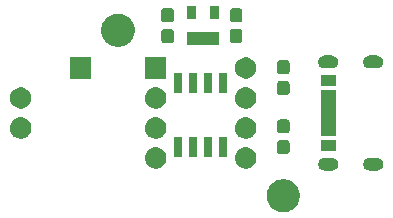
<source format=gbr>
G04 #@! TF.GenerationSoftware,KiCad,Pcbnew,5.0.2+dfsg1-1*
G04 #@! TF.CreationDate,2021-01-04T01:24:12+01:00*
G04 #@! TF.ProjectId,tester,74657374-6572-42e6-9b69-6361645f7063,rev?*
G04 #@! TF.SameCoordinates,Original*
G04 #@! TF.FileFunction,Soldermask,Top*
G04 #@! TF.FilePolarity,Negative*
%FSLAX46Y46*%
G04 Gerber Fmt 4.6, Leading zero omitted, Abs format (unit mm)*
G04 Created by KiCad (PCBNEW 5.0.2+dfsg1-1) date Mon 04 Jan 2021 01:24:12 AM CET*
%MOMM*%
%LPD*%
G01*
G04 APERTURE LIST*
%ADD10C,0.100000*%
G04 APERTURE END LIST*
D10*
G36*
X7318433Y-5634893D02*
X7408657Y-5652839D01*
X7514267Y-5696585D01*
X7663621Y-5758449D01*
X7893089Y-5911774D01*
X8088226Y-6106911D01*
X8241551Y-6336379D01*
X8347161Y-6591344D01*
X8401000Y-6862012D01*
X8401000Y-7137988D01*
X8347161Y-7408656D01*
X8241551Y-7663621D01*
X8088226Y-7893089D01*
X7893089Y-8088226D01*
X7663621Y-8241551D01*
X7514267Y-8303415D01*
X7408657Y-8347161D01*
X7318433Y-8365107D01*
X7137988Y-8401000D01*
X6862012Y-8401000D01*
X6681567Y-8365107D01*
X6591343Y-8347161D01*
X6485733Y-8303415D01*
X6336379Y-8241551D01*
X6106911Y-8088226D01*
X5911774Y-7893089D01*
X5758449Y-7663621D01*
X5652839Y-7408656D01*
X5599000Y-7137988D01*
X5599000Y-6862012D01*
X5652839Y-6591344D01*
X5758449Y-6336379D01*
X5911774Y-6106911D01*
X6106911Y-5911774D01*
X6336379Y-5758449D01*
X6485733Y-5696585D01*
X6591343Y-5652839D01*
X6681567Y-5634893D01*
X6862012Y-5599000D01*
X7137988Y-5599000D01*
X7318433Y-5634893D01*
X7318433Y-5634893D01*
G37*
G36*
X15012495Y-3779586D02*
X15115859Y-3810941D01*
X15211119Y-3861859D01*
X15294616Y-3930383D01*
X15363140Y-4013880D01*
X15414058Y-4109140D01*
X15445413Y-4212504D01*
X15456000Y-4319999D01*
X15456000Y-4320001D01*
X15445413Y-4427496D01*
X15414058Y-4530860D01*
X15363140Y-4626120D01*
X15294616Y-4709617D01*
X15211119Y-4778141D01*
X15115859Y-4829059D01*
X15012495Y-4860414D01*
X14905000Y-4871001D01*
X14305000Y-4871001D01*
X14197505Y-4860414D01*
X14094141Y-4829059D01*
X13998881Y-4778141D01*
X13915384Y-4709617D01*
X13846860Y-4626120D01*
X13795942Y-4530860D01*
X13764587Y-4427496D01*
X13754000Y-4320001D01*
X13754000Y-4319999D01*
X13764587Y-4212504D01*
X13795942Y-4109140D01*
X13846860Y-4013880D01*
X13915384Y-3930383D01*
X13998881Y-3861859D01*
X14094141Y-3810941D01*
X14197505Y-3779586D01*
X14305000Y-3768999D01*
X14905000Y-3768999D01*
X15012495Y-3779586D01*
X15012495Y-3779586D01*
G37*
G36*
X11212495Y-3779586D02*
X11315859Y-3810941D01*
X11411119Y-3861859D01*
X11494616Y-3930383D01*
X11563140Y-4013880D01*
X11614058Y-4109140D01*
X11645413Y-4212504D01*
X11656000Y-4319999D01*
X11656000Y-4320001D01*
X11645413Y-4427496D01*
X11614058Y-4530860D01*
X11563140Y-4626120D01*
X11494616Y-4709617D01*
X11411119Y-4778141D01*
X11315859Y-4829059D01*
X11212495Y-4860414D01*
X11105000Y-4871001D01*
X10505000Y-4871001D01*
X10397505Y-4860414D01*
X10294141Y-4829059D01*
X10198881Y-4778141D01*
X10115384Y-4709617D01*
X10046860Y-4626120D01*
X9995942Y-4530860D01*
X9964587Y-4427496D01*
X9954000Y-4320001D01*
X9954000Y-4319999D01*
X9964587Y-4212504D01*
X9995942Y-4109140D01*
X10046860Y-4013880D01*
X10115384Y-3930383D01*
X10198881Y-3861859D01*
X10294141Y-3810941D01*
X10397505Y-3779586D01*
X10505000Y-3768999D01*
X11105000Y-3768999D01*
X11212495Y-3779586D01*
X11212495Y-3779586D01*
G37*
G36*
X3920443Y-2915519D02*
X3986627Y-2922037D01*
X4099853Y-2956384D01*
X4156467Y-2973557D01*
X4295087Y-3047652D01*
X4312991Y-3057222D01*
X4348729Y-3086552D01*
X4450186Y-3169814D01*
X4507218Y-3239309D01*
X4562778Y-3307009D01*
X4562779Y-3307011D01*
X4646443Y-3463533D01*
X4646443Y-3463534D01*
X4697963Y-3633373D01*
X4715359Y-3810000D01*
X4697963Y-3986627D01*
X4689593Y-4014218D01*
X4646443Y-4156467D01*
X4616490Y-4212504D01*
X4562778Y-4312991D01*
X4533448Y-4348729D01*
X4450186Y-4450186D01*
X4352164Y-4530629D01*
X4312991Y-4562778D01*
X4312989Y-4562779D01*
X4156467Y-4646443D01*
X4099853Y-4663616D01*
X3986627Y-4697963D01*
X3920443Y-4704481D01*
X3854260Y-4711000D01*
X3765740Y-4711000D01*
X3699557Y-4704481D01*
X3633373Y-4697963D01*
X3520147Y-4663616D01*
X3463533Y-4646443D01*
X3307011Y-4562779D01*
X3307009Y-4562778D01*
X3267836Y-4530629D01*
X3169814Y-4450186D01*
X3086552Y-4348729D01*
X3057222Y-4312991D01*
X3003510Y-4212504D01*
X2973557Y-4156467D01*
X2930407Y-4014218D01*
X2922037Y-3986627D01*
X2904641Y-3810000D01*
X2922037Y-3633373D01*
X2973557Y-3463534D01*
X2973557Y-3463533D01*
X3057221Y-3307011D01*
X3057222Y-3307009D01*
X3112782Y-3239309D01*
X3169814Y-3169814D01*
X3271271Y-3086552D01*
X3307009Y-3057222D01*
X3324913Y-3047652D01*
X3463533Y-2973557D01*
X3520147Y-2956384D01*
X3633373Y-2922037D01*
X3699557Y-2915519D01*
X3765740Y-2909000D01*
X3854260Y-2909000D01*
X3920443Y-2915519D01*
X3920443Y-2915519D01*
G37*
G36*
X-3699557Y-2915519D02*
X-3633373Y-2922037D01*
X-3520147Y-2956384D01*
X-3463533Y-2973557D01*
X-3324913Y-3047652D01*
X-3307009Y-3057222D01*
X-3271271Y-3086552D01*
X-3169814Y-3169814D01*
X-3112782Y-3239309D01*
X-3057222Y-3307009D01*
X-3057221Y-3307011D01*
X-2973557Y-3463533D01*
X-2973557Y-3463534D01*
X-2922037Y-3633373D01*
X-2904641Y-3810000D01*
X-2922037Y-3986627D01*
X-2930407Y-4014218D01*
X-2973557Y-4156467D01*
X-3003510Y-4212504D01*
X-3057222Y-4312991D01*
X-3086552Y-4348729D01*
X-3169814Y-4450186D01*
X-3267836Y-4530629D01*
X-3307009Y-4562778D01*
X-3307011Y-4562779D01*
X-3463533Y-4646443D01*
X-3520147Y-4663616D01*
X-3633373Y-4697963D01*
X-3699557Y-4704481D01*
X-3765740Y-4711000D01*
X-3854260Y-4711000D01*
X-3920443Y-4704481D01*
X-3986627Y-4697963D01*
X-4099853Y-4663616D01*
X-4156467Y-4646443D01*
X-4312989Y-4562779D01*
X-4312991Y-4562778D01*
X-4352164Y-4530629D01*
X-4450186Y-4450186D01*
X-4533448Y-4348729D01*
X-4562778Y-4312991D01*
X-4616490Y-4212504D01*
X-4646443Y-4156467D01*
X-4689593Y-4014218D01*
X-4697963Y-3986627D01*
X-4715359Y-3810000D01*
X-4697963Y-3633373D01*
X-4646443Y-3463534D01*
X-4646443Y-3463533D01*
X-4562779Y-3307011D01*
X-4562778Y-3307009D01*
X-4507218Y-3239309D01*
X-4450186Y-3169814D01*
X-4348729Y-3086552D01*
X-4312991Y-3057222D01*
X-4295087Y-3047652D01*
X-4156467Y-2973557D01*
X-4099853Y-2956384D01*
X-3986627Y-2922037D01*
X-3920443Y-2915519D01*
X-3854260Y-2909000D01*
X-3765740Y-2909000D01*
X-3699557Y-2915519D01*
X-3699557Y-2915519D01*
G37*
G36*
X986000Y-3686000D02*
X284000Y-3686000D01*
X284000Y-2034000D01*
X986000Y-2034000D01*
X986000Y-3686000D01*
X986000Y-3686000D01*
G37*
G36*
X-1554000Y-3686000D02*
X-2256000Y-3686000D01*
X-2256000Y-2034000D01*
X-1554000Y-2034000D01*
X-1554000Y-3686000D01*
X-1554000Y-3686000D01*
G37*
G36*
X-284000Y-3686000D02*
X-986000Y-3686000D01*
X-986000Y-2034000D01*
X-284000Y-2034000D01*
X-284000Y-3686000D01*
X-284000Y-3686000D01*
G37*
G36*
X2256000Y-3686000D02*
X1554000Y-3686000D01*
X1554000Y-2034000D01*
X2256000Y-2034000D01*
X2256000Y-3686000D01*
X2256000Y-3686000D01*
G37*
G36*
X7364499Y-2303445D02*
X7401993Y-2314819D01*
X7436557Y-2333294D01*
X7466847Y-2358153D01*
X7491706Y-2388443D01*
X7510181Y-2423007D01*
X7521555Y-2460501D01*
X7526000Y-2505638D01*
X7526000Y-3244362D01*
X7521555Y-3289499D01*
X7510181Y-3326993D01*
X7491706Y-3361557D01*
X7466847Y-3391847D01*
X7436557Y-3416706D01*
X7401993Y-3435181D01*
X7364499Y-3446555D01*
X7319362Y-3451000D01*
X6680638Y-3451000D01*
X6635501Y-3446555D01*
X6598007Y-3435181D01*
X6563443Y-3416706D01*
X6533153Y-3391847D01*
X6508294Y-3361557D01*
X6489819Y-3326993D01*
X6478445Y-3289499D01*
X6474000Y-3244362D01*
X6474000Y-2505638D01*
X6478445Y-2460501D01*
X6489819Y-2423007D01*
X6508294Y-2388443D01*
X6533153Y-2358153D01*
X6563443Y-2333294D01*
X6598007Y-2314819D01*
X6635501Y-2303445D01*
X6680638Y-2299000D01*
X7319362Y-2299000D01*
X7364499Y-2303445D01*
X7364499Y-2303445D01*
G37*
G36*
X11456000Y-3201000D02*
X10154000Y-3201000D01*
X10154000Y-2299000D01*
X11456000Y-2299000D01*
X11456000Y-3201000D01*
X11456000Y-3201000D01*
G37*
G36*
X3920442Y-375518D02*
X3986627Y-382037D01*
X4099853Y-416384D01*
X4156467Y-433557D01*
X4295087Y-507652D01*
X4312991Y-517222D01*
X4348729Y-546552D01*
X4450186Y-629814D01*
X4516403Y-710501D01*
X4562778Y-767009D01*
X4562779Y-767011D01*
X4646443Y-923533D01*
X4646443Y-923534D01*
X4697963Y-1093373D01*
X4715359Y-1270000D01*
X4697963Y-1446627D01*
X4670049Y-1538646D01*
X4646443Y-1616467D01*
X4609714Y-1685181D01*
X4562778Y-1772991D01*
X4533448Y-1808729D01*
X4450186Y-1910186D01*
X4348729Y-1993448D01*
X4312991Y-2022778D01*
X4312989Y-2022779D01*
X4156467Y-2106443D01*
X4099853Y-2123616D01*
X3986627Y-2157963D01*
X3920443Y-2164481D01*
X3854260Y-2171000D01*
X3765740Y-2171000D01*
X3699557Y-2164481D01*
X3633373Y-2157963D01*
X3520147Y-2123616D01*
X3463533Y-2106443D01*
X3307011Y-2022779D01*
X3307009Y-2022778D01*
X3271271Y-1993448D01*
X3169814Y-1910186D01*
X3086552Y-1808729D01*
X3057222Y-1772991D01*
X3010286Y-1685181D01*
X2973557Y-1616467D01*
X2949951Y-1538646D01*
X2922037Y-1446627D01*
X2904641Y-1270000D01*
X2922037Y-1093373D01*
X2973557Y-923534D01*
X2973557Y-923533D01*
X3057221Y-767011D01*
X3057222Y-767009D01*
X3103597Y-710501D01*
X3169814Y-629814D01*
X3271271Y-546552D01*
X3307009Y-517222D01*
X3324913Y-507652D01*
X3463533Y-433557D01*
X3520147Y-416384D01*
X3633373Y-382037D01*
X3699558Y-375518D01*
X3765740Y-369000D01*
X3854260Y-369000D01*
X3920442Y-375518D01*
X3920442Y-375518D01*
G37*
G36*
X-3699558Y-375518D02*
X-3633373Y-382037D01*
X-3520147Y-416384D01*
X-3463533Y-433557D01*
X-3324913Y-507652D01*
X-3307009Y-517222D01*
X-3271271Y-546552D01*
X-3169814Y-629814D01*
X-3103597Y-710501D01*
X-3057222Y-767009D01*
X-3057221Y-767011D01*
X-2973557Y-923533D01*
X-2973557Y-923534D01*
X-2922037Y-1093373D01*
X-2904641Y-1270000D01*
X-2922037Y-1446627D01*
X-2949951Y-1538646D01*
X-2973557Y-1616467D01*
X-3010286Y-1685181D01*
X-3057222Y-1772991D01*
X-3086552Y-1808729D01*
X-3169814Y-1910186D01*
X-3271271Y-1993448D01*
X-3307009Y-2022778D01*
X-3307011Y-2022779D01*
X-3463533Y-2106443D01*
X-3520147Y-2123616D01*
X-3633373Y-2157963D01*
X-3699557Y-2164481D01*
X-3765740Y-2171000D01*
X-3854260Y-2171000D01*
X-3920443Y-2164481D01*
X-3986627Y-2157963D01*
X-4099853Y-2123616D01*
X-4156467Y-2106443D01*
X-4312989Y-2022779D01*
X-4312991Y-2022778D01*
X-4348729Y-1993448D01*
X-4450186Y-1910186D01*
X-4533448Y-1808729D01*
X-4562778Y-1772991D01*
X-4609714Y-1685181D01*
X-4646443Y-1616467D01*
X-4670049Y-1538646D01*
X-4697963Y-1446627D01*
X-4715359Y-1270000D01*
X-4697963Y-1093373D01*
X-4646443Y-923534D01*
X-4646443Y-923533D01*
X-4562779Y-767011D01*
X-4562778Y-767009D01*
X-4516403Y-710501D01*
X-4450186Y-629814D01*
X-4348729Y-546552D01*
X-4312991Y-517222D01*
X-4295087Y-507652D01*
X-4156467Y-433557D01*
X-4099853Y-416384D01*
X-3986627Y-382037D01*
X-3920442Y-375518D01*
X-3854260Y-369000D01*
X-3765740Y-369000D01*
X-3699558Y-375518D01*
X-3699558Y-375518D01*
G37*
G36*
X-15129557Y-375519D02*
X-15063373Y-382037D01*
X-14950147Y-416384D01*
X-14893533Y-433557D01*
X-14754913Y-507652D01*
X-14737009Y-517222D01*
X-14701271Y-546552D01*
X-14599814Y-629814D01*
X-14533597Y-710501D01*
X-14487222Y-767009D01*
X-14487221Y-767011D01*
X-14403557Y-923533D01*
X-14403557Y-923534D01*
X-14352037Y-1093373D01*
X-14334641Y-1270000D01*
X-14352037Y-1446627D01*
X-14379951Y-1538646D01*
X-14403557Y-1616467D01*
X-14440286Y-1685181D01*
X-14487222Y-1772991D01*
X-14516552Y-1808729D01*
X-14599814Y-1910186D01*
X-14701271Y-1993448D01*
X-14737009Y-2022778D01*
X-14737011Y-2022779D01*
X-14893533Y-2106443D01*
X-14950147Y-2123616D01*
X-15063373Y-2157963D01*
X-15129557Y-2164481D01*
X-15195740Y-2171000D01*
X-15284260Y-2171000D01*
X-15350443Y-2164481D01*
X-15416627Y-2157963D01*
X-15529853Y-2123616D01*
X-15586467Y-2106443D01*
X-15742989Y-2022779D01*
X-15742991Y-2022778D01*
X-15778729Y-1993448D01*
X-15880186Y-1910186D01*
X-15963448Y-1808729D01*
X-15992778Y-1772991D01*
X-16039714Y-1685181D01*
X-16076443Y-1616467D01*
X-16100049Y-1538646D01*
X-16127963Y-1446627D01*
X-16145359Y-1270000D01*
X-16127963Y-1093373D01*
X-16076443Y-923534D01*
X-16076443Y-923533D01*
X-15992779Y-767011D01*
X-15992778Y-767009D01*
X-15946403Y-710501D01*
X-15880186Y-629814D01*
X-15778729Y-546552D01*
X-15742991Y-517222D01*
X-15725087Y-507652D01*
X-15586467Y-433557D01*
X-15529853Y-416384D01*
X-15416627Y-382037D01*
X-15350443Y-375519D01*
X-15284260Y-369000D01*
X-15195740Y-369000D01*
X-15129557Y-375519D01*
X-15129557Y-375519D01*
G37*
G36*
X11456000Y-1971000D02*
X10154000Y-1971000D01*
X10154000Y1971000D01*
X11456000Y1971000D01*
X11456000Y-1971000D01*
X11456000Y-1971000D01*
G37*
G36*
X7364499Y-553445D02*
X7401993Y-564819D01*
X7436557Y-583294D01*
X7466847Y-608153D01*
X7491706Y-638443D01*
X7510181Y-673007D01*
X7521555Y-710501D01*
X7526000Y-755638D01*
X7526000Y-1494362D01*
X7521555Y-1539499D01*
X7510181Y-1576993D01*
X7491706Y-1611557D01*
X7466847Y-1641847D01*
X7436557Y-1666706D01*
X7401993Y-1685181D01*
X7364499Y-1696555D01*
X7319362Y-1701000D01*
X6680638Y-1701000D01*
X6635501Y-1696555D01*
X6598007Y-1685181D01*
X6563443Y-1666706D01*
X6533153Y-1641847D01*
X6508294Y-1611557D01*
X6489819Y-1576993D01*
X6478445Y-1539499D01*
X6474000Y-1494362D01*
X6474000Y-755638D01*
X6478445Y-710501D01*
X6489819Y-673007D01*
X6508294Y-638443D01*
X6533153Y-608153D01*
X6563443Y-583294D01*
X6598007Y-564819D01*
X6635501Y-553445D01*
X6680638Y-549000D01*
X7319362Y-549000D01*
X7364499Y-553445D01*
X7364499Y-553445D01*
G37*
G36*
X3920443Y2164481D02*
X3986627Y2157963D01*
X4099853Y2123616D01*
X4156467Y2106443D01*
X4295087Y2032348D01*
X4312991Y2022778D01*
X4348729Y1993448D01*
X4450186Y1910186D01*
X4530764Y1812000D01*
X4562778Y1772991D01*
X4562779Y1772989D01*
X4646443Y1616467D01*
X4656506Y1583294D01*
X4697963Y1446627D01*
X4715359Y1270000D01*
X4697963Y1093373D01*
X4671819Y1007188D01*
X4646443Y923533D01*
X4603513Y843218D01*
X4562778Y767009D01*
X4533448Y731271D01*
X4450186Y629814D01*
X4377480Y570147D01*
X4312991Y517222D01*
X4312989Y517221D01*
X4156467Y433557D01*
X4099853Y416384D01*
X3986627Y382037D01*
X3920442Y375518D01*
X3854260Y369000D01*
X3765740Y369000D01*
X3699558Y375518D01*
X3633373Y382037D01*
X3520147Y416384D01*
X3463533Y433557D01*
X3307011Y517221D01*
X3307009Y517222D01*
X3242520Y570147D01*
X3169814Y629814D01*
X3086552Y731271D01*
X3057222Y767009D01*
X3016487Y843218D01*
X2973557Y923533D01*
X2948181Y1007188D01*
X2922037Y1093373D01*
X2904641Y1270000D01*
X2922037Y1446627D01*
X2963494Y1583294D01*
X2973557Y1616467D01*
X3057221Y1772989D01*
X3057222Y1772991D01*
X3089236Y1812000D01*
X3169814Y1910186D01*
X3271271Y1993448D01*
X3307009Y2022778D01*
X3324913Y2032348D01*
X3463533Y2106443D01*
X3520147Y2123616D01*
X3633373Y2157963D01*
X3699557Y2164481D01*
X3765740Y2171000D01*
X3854260Y2171000D01*
X3920443Y2164481D01*
X3920443Y2164481D01*
G37*
G36*
X-14977188Y2136376D02*
X-14813216Y2068456D01*
X-14665646Y1969853D01*
X-14540147Y1844354D01*
X-14441544Y1696784D01*
X-14373624Y1532812D01*
X-14339000Y1358741D01*
X-14339000Y1181259D01*
X-14373624Y1007188D01*
X-14441544Y843216D01*
X-14540147Y695646D01*
X-14665646Y570147D01*
X-14813216Y471544D01*
X-14977188Y403624D01*
X-15151259Y369000D01*
X-15328741Y369000D01*
X-15502812Y403624D01*
X-15666784Y471544D01*
X-15814354Y570147D01*
X-15939853Y695646D01*
X-16038456Y843216D01*
X-16106376Y1007188D01*
X-16141000Y1181259D01*
X-16141000Y1358741D01*
X-16106376Y1532812D01*
X-16038456Y1696784D01*
X-15939853Y1844354D01*
X-15814354Y1969853D01*
X-15666784Y2068456D01*
X-15502812Y2136376D01*
X-15328741Y2171000D01*
X-15151259Y2171000D01*
X-14977188Y2136376D01*
X-14977188Y2136376D01*
G37*
G36*
X-3699557Y2164481D02*
X-3633373Y2157963D01*
X-3520147Y2123616D01*
X-3463533Y2106443D01*
X-3324913Y2032348D01*
X-3307009Y2022778D01*
X-3271271Y1993448D01*
X-3169814Y1910186D01*
X-3089236Y1812000D01*
X-3057222Y1772991D01*
X-3057221Y1772989D01*
X-2973557Y1616467D01*
X-2963494Y1583294D01*
X-2922037Y1446627D01*
X-2904641Y1270000D01*
X-2922037Y1093373D01*
X-2948181Y1007188D01*
X-2973557Y923533D01*
X-3016487Y843218D01*
X-3057222Y767009D01*
X-3086552Y731271D01*
X-3169814Y629814D01*
X-3242520Y570147D01*
X-3307009Y517222D01*
X-3307011Y517221D01*
X-3463533Y433557D01*
X-3520147Y416384D01*
X-3633373Y382037D01*
X-3699558Y375518D01*
X-3765740Y369000D01*
X-3854260Y369000D01*
X-3920442Y375518D01*
X-3986627Y382037D01*
X-4099853Y416384D01*
X-4156467Y433557D01*
X-4312989Y517221D01*
X-4312991Y517222D01*
X-4377480Y570147D01*
X-4450186Y629814D01*
X-4533448Y731271D01*
X-4562778Y767009D01*
X-4603513Y843218D01*
X-4646443Y923533D01*
X-4671819Y1007188D01*
X-4697963Y1093373D01*
X-4715359Y1270000D01*
X-4697963Y1446627D01*
X-4656506Y1583294D01*
X-4646443Y1616467D01*
X-4562779Y1772989D01*
X-4562778Y1772991D01*
X-4530764Y1812000D01*
X-4450186Y1910186D01*
X-4348729Y1993448D01*
X-4312991Y2022778D01*
X-4295087Y2032348D01*
X-4156467Y2106443D01*
X-4099853Y2123616D01*
X-3986627Y2157963D01*
X-3920443Y2164481D01*
X-3854260Y2171000D01*
X-3765740Y2171000D01*
X-3699557Y2164481D01*
X-3699557Y2164481D01*
G37*
G36*
X7364499Y2696555D02*
X7401993Y2685181D01*
X7436557Y2666706D01*
X7466847Y2641847D01*
X7491706Y2611557D01*
X7510181Y2576993D01*
X7521555Y2539499D01*
X7526000Y2494362D01*
X7526000Y1755638D01*
X7521555Y1710501D01*
X7510181Y1673007D01*
X7491706Y1638443D01*
X7466847Y1608153D01*
X7436557Y1583294D01*
X7401993Y1564819D01*
X7364499Y1553445D01*
X7319362Y1549000D01*
X6680638Y1549000D01*
X6635501Y1553445D01*
X6598007Y1564819D01*
X6563443Y1583294D01*
X6533153Y1608153D01*
X6508294Y1638443D01*
X6489819Y1673007D01*
X6478445Y1710501D01*
X6474000Y1755638D01*
X6474000Y2494362D01*
X6478445Y2539499D01*
X6489819Y2576993D01*
X6508294Y2611557D01*
X6533153Y2641847D01*
X6563443Y2666706D01*
X6598007Y2685181D01*
X6635501Y2696555D01*
X6680638Y2701000D01*
X7319362Y2701000D01*
X7364499Y2696555D01*
X7364499Y2696555D01*
G37*
G36*
X986000Y1714000D02*
X284000Y1714000D01*
X284000Y3366000D01*
X986000Y3366000D01*
X986000Y1714000D01*
X986000Y1714000D01*
G37*
G36*
X-284000Y1714000D02*
X-986000Y1714000D01*
X-986000Y3366000D01*
X-284000Y3366000D01*
X-284000Y1714000D01*
X-284000Y1714000D01*
G37*
G36*
X-1554000Y1714000D02*
X-2256000Y1714000D01*
X-2256000Y3366000D01*
X-1554000Y3366000D01*
X-1554000Y1714000D01*
X-1554000Y1714000D01*
G37*
G36*
X2256000Y1714000D02*
X1554000Y1714000D01*
X1554000Y3366000D01*
X2256000Y3366000D01*
X2256000Y1714000D01*
X2256000Y1714000D01*
G37*
G36*
X11456000Y2299000D02*
X10154000Y2299000D01*
X10154000Y3201000D01*
X11456000Y3201000D01*
X11456000Y2299000D01*
X11456000Y2299000D01*
G37*
G36*
X-2909000Y2909000D02*
X-4711000Y2909000D01*
X-4711000Y4711000D01*
X-2909000Y4711000D01*
X-2909000Y2909000D01*
X-2909000Y2909000D01*
G37*
G36*
X-9259000Y2909000D02*
X-11061000Y2909000D01*
X-11061000Y4711000D01*
X-9259000Y4711000D01*
X-9259000Y2909000D01*
X-9259000Y2909000D01*
G37*
G36*
X4072812Y4676376D02*
X4236784Y4608456D01*
X4384354Y4509853D01*
X4509853Y4384354D01*
X4608456Y4236784D01*
X4676376Y4072812D01*
X4711000Y3898741D01*
X4711000Y3721259D01*
X4676376Y3547188D01*
X4608456Y3383216D01*
X4509853Y3235646D01*
X4384354Y3110147D01*
X4236784Y3011544D01*
X4072812Y2943624D01*
X3898741Y2909000D01*
X3721259Y2909000D01*
X3547188Y2943624D01*
X3383216Y3011544D01*
X3235646Y3110147D01*
X3110147Y3235646D01*
X3011544Y3383216D01*
X2943624Y3547188D01*
X2909000Y3721259D01*
X2909000Y3898741D01*
X2943624Y4072812D01*
X3011544Y4236784D01*
X3110147Y4384354D01*
X3235646Y4509853D01*
X3383216Y4608456D01*
X3547188Y4676376D01*
X3721259Y4711000D01*
X3898741Y4711000D01*
X4072812Y4676376D01*
X4072812Y4676376D01*
G37*
G36*
X7364499Y4446555D02*
X7401993Y4435181D01*
X7436557Y4416706D01*
X7466847Y4391847D01*
X7491706Y4361557D01*
X7510181Y4326993D01*
X7521555Y4289499D01*
X7526000Y4244362D01*
X7526000Y3505638D01*
X7521555Y3460501D01*
X7510181Y3423007D01*
X7491706Y3388443D01*
X7466847Y3358153D01*
X7436557Y3333294D01*
X7401993Y3314819D01*
X7364499Y3303445D01*
X7319362Y3299000D01*
X6680638Y3299000D01*
X6635501Y3303445D01*
X6598007Y3314819D01*
X6563443Y3333294D01*
X6533153Y3358153D01*
X6508294Y3388443D01*
X6489819Y3423007D01*
X6478445Y3460501D01*
X6474000Y3505638D01*
X6474000Y4244362D01*
X6478445Y4289499D01*
X6489819Y4326993D01*
X6508294Y4361557D01*
X6533153Y4391847D01*
X6563443Y4416706D01*
X6598007Y4435181D01*
X6635501Y4446555D01*
X6680638Y4451000D01*
X7319362Y4451000D01*
X7364499Y4446555D01*
X7364499Y4446555D01*
G37*
G36*
X15012495Y4860414D02*
X15115859Y4829059D01*
X15211119Y4778141D01*
X15294616Y4709617D01*
X15363140Y4626120D01*
X15414058Y4530860D01*
X15445413Y4427496D01*
X15456000Y4320001D01*
X15456000Y4319999D01*
X15445413Y4212504D01*
X15414058Y4109140D01*
X15363140Y4013880D01*
X15294616Y3930383D01*
X15211119Y3861859D01*
X15115859Y3810941D01*
X15012495Y3779586D01*
X14905000Y3768999D01*
X14305000Y3768999D01*
X14197505Y3779586D01*
X14094141Y3810941D01*
X13998881Y3861859D01*
X13915384Y3930383D01*
X13846860Y4013880D01*
X13795942Y4109140D01*
X13764587Y4212504D01*
X13754000Y4319999D01*
X13754000Y4320001D01*
X13764587Y4427496D01*
X13795942Y4530860D01*
X13846860Y4626120D01*
X13915384Y4709617D01*
X13998881Y4778141D01*
X14094141Y4829059D01*
X14197505Y4860414D01*
X14305000Y4871001D01*
X14905000Y4871001D01*
X15012495Y4860414D01*
X15012495Y4860414D01*
G37*
G36*
X11212495Y4860414D02*
X11315859Y4829059D01*
X11411119Y4778141D01*
X11494616Y4709617D01*
X11563140Y4626120D01*
X11614058Y4530860D01*
X11645413Y4427496D01*
X11656000Y4320001D01*
X11656000Y4319999D01*
X11645413Y4212504D01*
X11614058Y4109140D01*
X11563140Y4013880D01*
X11494616Y3930383D01*
X11411119Y3861859D01*
X11315859Y3810941D01*
X11212495Y3779586D01*
X11105000Y3768999D01*
X10505000Y3768999D01*
X10397505Y3779586D01*
X10294141Y3810941D01*
X10198881Y3861859D01*
X10115384Y3930383D01*
X10046860Y4013880D01*
X9995942Y4109140D01*
X9964587Y4212504D01*
X9954000Y4319999D01*
X9954000Y4320001D01*
X9964587Y4427496D01*
X9995942Y4530860D01*
X10046860Y4626120D01*
X10115384Y4709617D01*
X10198881Y4778141D01*
X10294141Y4829059D01*
X10397505Y4860414D01*
X10505000Y4871001D01*
X11105000Y4871001D01*
X11212495Y4860414D01*
X11212495Y4860414D01*
G37*
G36*
X-6681567Y8365107D02*
X-6591343Y8347161D01*
X-6485733Y8303415D01*
X-6336379Y8241551D01*
X-6106911Y8088226D01*
X-5911774Y7893089D01*
X-5758449Y7663621D01*
X-5652839Y7408656D01*
X-5599000Y7137988D01*
X-5599000Y6862012D01*
X-5652839Y6591344D01*
X-5758449Y6336379D01*
X-5911774Y6106911D01*
X-6106911Y5911774D01*
X-6336379Y5758449D01*
X-6485733Y5696585D01*
X-6591343Y5652839D01*
X-6681567Y5634893D01*
X-6862012Y5599000D01*
X-7137988Y5599000D01*
X-7318433Y5634893D01*
X-7408657Y5652839D01*
X-7514267Y5696585D01*
X-7663621Y5758449D01*
X-7893089Y5911774D01*
X-8088226Y6106911D01*
X-8241551Y6336379D01*
X-8347161Y6591344D01*
X-8401000Y6862012D01*
X-8401000Y7137988D01*
X-8347161Y7408656D01*
X-8241551Y7663621D01*
X-8088226Y7893089D01*
X-7893089Y8088226D01*
X-7663621Y8241551D01*
X-7514267Y8303415D01*
X-7408657Y8347161D01*
X-7318433Y8365107D01*
X-7137988Y8401000D01*
X-6862012Y8401000D01*
X-6681567Y8365107D01*
X-6681567Y8365107D01*
G37*
G36*
X1526000Y5719000D02*
X-1126000Y5719000D01*
X-1126000Y6881000D01*
X1526000Y6881000D01*
X1526000Y5719000D01*
X1526000Y5719000D01*
G37*
G36*
X3364499Y7096555D02*
X3401993Y7085181D01*
X3436557Y7066706D01*
X3466847Y7041847D01*
X3491706Y7011557D01*
X3510181Y6976993D01*
X3521555Y6939499D01*
X3526000Y6894362D01*
X3526000Y6155638D01*
X3521555Y6110501D01*
X3510181Y6073007D01*
X3491706Y6038443D01*
X3466847Y6008153D01*
X3436557Y5983294D01*
X3401993Y5964819D01*
X3364499Y5953445D01*
X3319362Y5949000D01*
X2680638Y5949000D01*
X2635501Y5953445D01*
X2598007Y5964819D01*
X2563443Y5983294D01*
X2533153Y6008153D01*
X2508294Y6038443D01*
X2489819Y6073007D01*
X2478445Y6110501D01*
X2474000Y6155638D01*
X2474000Y6894362D01*
X2478445Y6939499D01*
X2489819Y6976993D01*
X2508294Y7011557D01*
X2533153Y7041847D01*
X2563443Y7066706D01*
X2598007Y7085181D01*
X2635501Y7096555D01*
X2680638Y7101000D01*
X3319362Y7101000D01*
X3364499Y7096555D01*
X3364499Y7096555D01*
G37*
G36*
X-2435501Y7096555D02*
X-2398007Y7085181D01*
X-2363443Y7066706D01*
X-2333153Y7041847D01*
X-2308294Y7011557D01*
X-2289819Y6976993D01*
X-2278445Y6939499D01*
X-2274000Y6894362D01*
X-2274000Y6155638D01*
X-2278445Y6110501D01*
X-2289819Y6073007D01*
X-2308294Y6038443D01*
X-2333153Y6008153D01*
X-2363443Y5983294D01*
X-2398007Y5964819D01*
X-2435501Y5953445D01*
X-2480638Y5949000D01*
X-3119362Y5949000D01*
X-3164499Y5953445D01*
X-3201993Y5964819D01*
X-3236557Y5983294D01*
X-3266847Y6008153D01*
X-3291706Y6038443D01*
X-3310181Y6073007D01*
X-3321555Y6110501D01*
X-3326000Y6155638D01*
X-3326000Y6894362D01*
X-3321555Y6939499D01*
X-3310181Y6976993D01*
X-3291706Y7011557D01*
X-3266847Y7041847D01*
X-3236557Y7066706D01*
X-3201993Y7085181D01*
X-3164499Y7096555D01*
X-3119362Y7101000D01*
X-2480638Y7101000D01*
X-2435501Y7096555D01*
X-2435501Y7096555D01*
G37*
G36*
X3364499Y8846555D02*
X3401993Y8835181D01*
X3436557Y8816706D01*
X3466847Y8791847D01*
X3491706Y8761557D01*
X3510181Y8726993D01*
X3521555Y8689499D01*
X3526000Y8644362D01*
X3526000Y7905638D01*
X3521555Y7860501D01*
X3510181Y7823007D01*
X3491706Y7788443D01*
X3466847Y7758153D01*
X3436557Y7733294D01*
X3401993Y7714819D01*
X3364499Y7703445D01*
X3319362Y7699000D01*
X2680638Y7699000D01*
X2635501Y7703445D01*
X2598007Y7714819D01*
X2563443Y7733294D01*
X2533153Y7758153D01*
X2508294Y7788443D01*
X2489819Y7823007D01*
X2478445Y7860501D01*
X2474000Y7905638D01*
X2474000Y8644362D01*
X2478445Y8689499D01*
X2489819Y8726993D01*
X2508294Y8761557D01*
X2533153Y8791847D01*
X2563443Y8816706D01*
X2598007Y8835181D01*
X2635501Y8846555D01*
X2680638Y8851000D01*
X3319362Y8851000D01*
X3364499Y8846555D01*
X3364499Y8846555D01*
G37*
G36*
X-2435501Y8846555D02*
X-2398007Y8835181D01*
X-2363443Y8816706D01*
X-2333153Y8791847D01*
X-2308294Y8761557D01*
X-2289819Y8726993D01*
X-2278445Y8689499D01*
X-2274000Y8644362D01*
X-2274000Y7905638D01*
X-2278445Y7860501D01*
X-2289819Y7823007D01*
X-2308294Y7788443D01*
X-2333153Y7758153D01*
X-2363443Y7733294D01*
X-2398007Y7714819D01*
X-2435501Y7703445D01*
X-2480638Y7699000D01*
X-3119362Y7699000D01*
X-3164499Y7703445D01*
X-3201993Y7714819D01*
X-3236557Y7733294D01*
X-3266847Y7758153D01*
X-3291706Y7788443D01*
X-3310181Y7823007D01*
X-3321555Y7860501D01*
X-3326000Y7905638D01*
X-3326000Y8644362D01*
X-3321555Y8689499D01*
X-3310181Y8726993D01*
X-3291706Y8761557D01*
X-3266847Y8791847D01*
X-3236557Y8816706D01*
X-3201993Y8835181D01*
X-3164499Y8846555D01*
X-3119362Y8851000D01*
X-2480638Y8851000D01*
X-2435501Y8846555D01*
X-2435501Y8846555D01*
G37*
G36*
X1526000Y7919000D02*
X774000Y7919000D01*
X774000Y9081000D01*
X1526000Y9081000D01*
X1526000Y7919000D01*
X1526000Y7919000D01*
G37*
G36*
X-374000Y7919000D02*
X-1126000Y7919000D01*
X-1126000Y9081000D01*
X-374000Y9081000D01*
X-374000Y7919000D01*
X-374000Y7919000D01*
G37*
M02*

</source>
